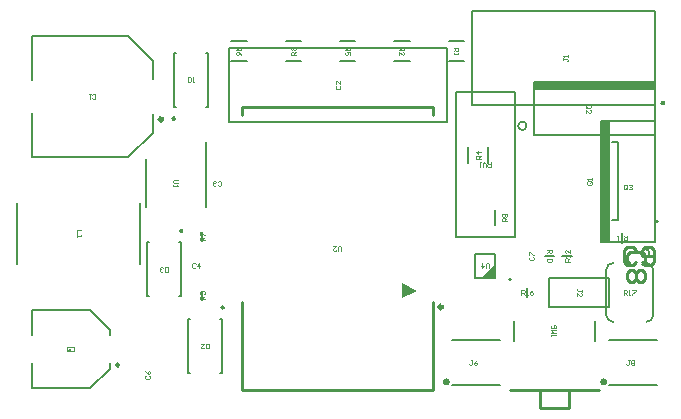
<source format=gto>
%FSLAX44Y44*%
%MOMM*%
G71*
G01*
G75*
G04 Layer_Color=65535*
G04:AMPARAMS|DCode=10|XSize=1.45mm|YSize=1.15mm|CornerRadius=0.2013mm|HoleSize=0mm|Usage=FLASHONLY|Rotation=90.000|XOffset=0mm|YOffset=0mm|HoleType=Round|Shape=RoundedRectangle|*
%AMROUNDEDRECTD10*
21,1,1.4500,0.7475,0,0,90.0*
21,1,1.0475,1.1500,0,0,90.0*
1,1,0.4025,0.3738,0.5238*
1,1,0.4025,0.3738,-0.5238*
1,1,0.4025,-0.3738,-0.5238*
1,1,0.4025,-0.3738,0.5238*
%
%ADD10ROUNDEDRECTD10*%
G04:AMPARAMS|DCode=11|XSize=1mm|YSize=0.95mm|CornerRadius=0.1995mm|HoleSize=0mm|Usage=FLASHONLY|Rotation=180.000|XOffset=0mm|YOffset=0mm|HoleType=Round|Shape=RoundedRectangle|*
%AMROUNDEDRECTD11*
21,1,1.0000,0.5510,0,0,180.0*
21,1,0.6010,0.9500,0,0,180.0*
1,1,0.3990,-0.3005,0.2755*
1,1,0.3990,0.3005,0.2755*
1,1,0.3990,0.3005,-0.2755*
1,1,0.3990,-0.3005,-0.2755*
%
%ADD11ROUNDEDRECTD11*%
G04:AMPARAMS|DCode=12|XSize=2mm|YSize=1mm|CornerRadius=0.25mm|HoleSize=0mm|Usage=FLASHONLY|Rotation=180.000|XOffset=0mm|YOffset=0mm|HoleType=Round|Shape=RoundedRectangle|*
%AMROUNDEDRECTD12*
21,1,2.0000,0.5000,0,0,180.0*
21,1,1.5000,1.0000,0,0,180.0*
1,1,0.5000,-0.7500,0.2500*
1,1,0.5000,0.7500,0.2500*
1,1,0.5000,0.7500,-0.2500*
1,1,0.5000,-0.7500,-0.2500*
%
%ADD12ROUNDEDRECTD12*%
G04:AMPARAMS|DCode=13|XSize=1mm|YSize=0.9mm|CornerRadius=0.198mm|HoleSize=0mm|Usage=FLASHONLY|Rotation=0.000|XOffset=0mm|YOffset=0mm|HoleType=Round|Shape=RoundedRectangle|*
%AMROUNDEDRECTD13*
21,1,1.0000,0.5040,0,0,0.0*
21,1,0.6040,0.9000,0,0,0.0*
1,1,0.3960,0.3020,-0.2520*
1,1,0.3960,-0.3020,-0.2520*
1,1,0.3960,-0.3020,0.2520*
1,1,0.3960,0.3020,0.2520*
%
%ADD13ROUNDEDRECTD13*%
G04:AMPARAMS|DCode=14|XSize=1.75mm|YSize=1.05mm|CornerRadius=0.1995mm|HoleSize=0mm|Usage=FLASHONLY|Rotation=180.000|XOffset=0mm|YOffset=0mm|HoleType=Round|Shape=RoundedRectangle|*
%AMROUNDEDRECTD14*
21,1,1.7500,0.6510,0,0,180.0*
21,1,1.3510,1.0500,0,0,180.0*
1,1,0.3990,-0.6755,0.3255*
1,1,0.3990,0.6755,0.3255*
1,1,0.3990,0.6755,-0.3255*
1,1,0.3990,-0.6755,-0.3255*
%
%ADD14ROUNDEDRECTD14*%
G04:AMPARAMS|DCode=15|XSize=3.3mm|YSize=1.65mm|CornerRadius=0.198mm|HoleSize=0mm|Usage=FLASHONLY|Rotation=180.000|XOffset=0mm|YOffset=0mm|HoleType=Round|Shape=RoundedRectangle|*
%AMROUNDEDRECTD15*
21,1,3.3000,1.2540,0,0,180.0*
21,1,2.9040,1.6500,0,0,180.0*
1,1,0.3960,-1.4520,0.6270*
1,1,0.3960,1.4520,0.6270*
1,1,0.3960,1.4520,-0.6270*
1,1,0.3960,-1.4520,-0.6270*
%
%ADD15ROUNDEDRECTD15*%
G04:AMPARAMS|DCode=16|XSize=4.1mm|YSize=2.1mm|CornerRadius=0.1995mm|HoleSize=0mm|Usage=FLASHONLY|Rotation=180.000|XOffset=0mm|YOffset=0mm|HoleType=Round|Shape=RoundedRectangle|*
%AMROUNDEDRECTD16*
21,1,4.1000,1.7010,0,0,180.0*
21,1,3.7010,2.1000,0,0,180.0*
1,1,0.3990,-1.8505,0.8505*
1,1,0.3990,1.8505,0.8505*
1,1,0.3990,1.8505,-0.8505*
1,1,0.3990,-1.8505,-0.8505*
%
%ADD16ROUNDEDRECTD16*%
G04:AMPARAMS|DCode=17|XSize=3.2mm|YSize=2.5mm|CornerRadius=0.2mm|HoleSize=0mm|Usage=FLASHONLY|Rotation=0.000|XOffset=0mm|YOffset=0mm|HoleType=Round|Shape=RoundedRectangle|*
%AMROUNDEDRECTD17*
21,1,3.2000,2.1000,0,0,0.0*
21,1,2.8000,2.5000,0,0,0.0*
1,1,0.4000,1.4000,-1.0500*
1,1,0.4000,-1.4000,-1.0500*
1,1,0.4000,-1.4000,1.0500*
1,1,0.4000,1.4000,1.0500*
%
%ADD17ROUNDEDRECTD17*%
G04:AMPARAMS|DCode=18|XSize=1.45mm|YSize=1.15mm|CornerRadius=0.2013mm|HoleSize=0mm|Usage=FLASHONLY|Rotation=180.000|XOffset=0mm|YOffset=0mm|HoleType=Round|Shape=RoundedRectangle|*
%AMROUNDEDRECTD18*
21,1,1.4500,0.7475,0,0,180.0*
21,1,1.0475,1.1500,0,0,180.0*
1,1,0.4025,-0.5238,0.3738*
1,1,0.4025,0.5238,0.3738*
1,1,0.4025,0.5238,-0.3738*
1,1,0.4025,-0.5238,-0.3738*
%
%ADD18ROUNDEDRECTD18*%
G04:AMPARAMS|DCode=19|XSize=2.5mm|YSize=1.7mm|CornerRadius=0.204mm|HoleSize=0mm|Usage=FLASHONLY|Rotation=270.000|XOffset=0mm|YOffset=0mm|HoleType=Round|Shape=RoundedRectangle|*
%AMROUNDEDRECTD19*
21,1,2.5000,1.2920,0,0,270.0*
21,1,2.0920,1.7000,0,0,270.0*
1,1,0.4080,-0.6460,-1.0460*
1,1,0.4080,-0.6460,1.0460*
1,1,0.4080,0.6460,1.0460*
1,1,0.4080,0.6460,-1.0460*
%
%ADD19ROUNDEDRECTD19*%
G04:AMPARAMS|DCode=20|XSize=3.5mm|YSize=1.2mm|CornerRadius=0.198mm|HoleSize=0mm|Usage=FLASHONLY|Rotation=90.000|XOffset=0mm|YOffset=0mm|HoleType=Round|Shape=RoundedRectangle|*
%AMROUNDEDRECTD20*
21,1,3.5000,0.8040,0,0,90.0*
21,1,3.1040,1.2000,0,0,90.0*
1,1,0.3960,0.4020,1.5520*
1,1,0.3960,0.4020,-1.5520*
1,1,0.3960,-0.4020,-1.5520*
1,1,0.3960,-0.4020,1.5520*
%
%ADD20ROUNDEDRECTD20*%
G04:AMPARAMS|DCode=21|XSize=2.85mm|YSize=1mm|CornerRadius=0.2mm|HoleSize=0mm|Usage=FLASHONLY|Rotation=180.000|XOffset=0mm|YOffset=0mm|HoleType=Round|Shape=RoundedRectangle|*
%AMROUNDEDRECTD21*
21,1,2.8500,0.6000,0,0,180.0*
21,1,2.4500,1.0000,0,0,180.0*
1,1,0.4000,-1.2250,0.3000*
1,1,0.4000,1.2250,0.3000*
1,1,0.4000,1.2250,-0.3000*
1,1,0.4000,-1.2250,-0.3000*
%
%ADD21ROUNDEDRECTD21*%
G04:AMPARAMS|DCode=22|XSize=5.2mm|YSize=5.5mm|CornerRadius=0.182mm|HoleSize=0mm|Usage=FLASHONLY|Rotation=180.000|XOffset=0mm|YOffset=0mm|HoleType=Round|Shape=RoundedRectangle|*
%AMROUNDEDRECTD22*
21,1,5.2000,5.1360,0,0,180.0*
21,1,4.8360,5.5000,0,0,180.0*
1,1,0.3640,-2.4180,2.5680*
1,1,0.3640,2.4180,2.5680*
1,1,0.3640,2.4180,-2.5680*
1,1,0.3640,-2.4180,-2.5680*
%
%ADD22ROUNDEDRECTD22*%
G04:AMPARAMS|DCode=23|XSize=1mm|YSize=0.9mm|CornerRadius=0.198mm|HoleSize=0mm|Usage=FLASHONLY|Rotation=270.000|XOffset=0mm|YOffset=0mm|HoleType=Round|Shape=RoundedRectangle|*
%AMROUNDEDRECTD23*
21,1,1.0000,0.5040,0,0,270.0*
21,1,0.6040,0.9000,0,0,270.0*
1,1,0.3960,-0.2520,-0.3020*
1,1,0.3960,-0.2520,0.3020*
1,1,0.3960,0.2520,0.3020*
1,1,0.3960,0.2520,-0.3020*
%
%ADD23ROUNDEDRECTD23*%
G04:AMPARAMS|DCode=24|XSize=1.75mm|YSize=1.05mm|CornerRadius=0.1995mm|HoleSize=0mm|Usage=FLASHONLY|Rotation=90.000|XOffset=0mm|YOffset=0mm|HoleType=Round|Shape=RoundedRectangle|*
%AMROUNDEDRECTD24*
21,1,1.7500,0.6510,0,0,90.0*
21,1,1.3510,1.0500,0,0,90.0*
1,1,0.3990,0.3255,0.6755*
1,1,0.3990,0.3255,-0.6755*
1,1,0.3990,-0.3255,-0.6755*
1,1,0.3990,-0.3255,0.6755*
%
%ADD24ROUNDEDRECTD24*%
%ADD25O,0.6000X1.5500*%
G04:AMPARAMS|DCode=26|XSize=0.9mm|YSize=0.3mm|CornerRadius=0.1005mm|HoleSize=0mm|Usage=FLASHONLY|Rotation=180.000|XOffset=0mm|YOffset=0mm|HoleType=Round|Shape=RoundedRectangle|*
%AMROUNDEDRECTD26*
21,1,0.9000,0.0990,0,0,180.0*
21,1,0.6990,0.3000,0,0,180.0*
1,1,0.2010,-0.3495,0.0495*
1,1,0.2010,0.3495,0.0495*
1,1,0.2010,0.3495,-0.0495*
1,1,0.2010,-0.3495,-0.0495*
%
%ADD26ROUNDEDRECTD26*%
%ADD27C,0.2500*%
%ADD28C,0.5000*%
%ADD29C,1.7000*%
%ADD30C,1.8000*%
%ADD31C,1.8500*%
%ADD32O,2.0000X1.5000*%
%ADD33C,1.6000*%
%ADD34C,2.2000*%
%ADD35O,1.5000X2.0000*%
%ADD36C,2.5000*%
%ADD37C,0.7500*%
%ADD38C,1.5000*%
%ADD39C,0.2000*%
%ADD40C,0.3000*%
%ADD41C,0.2540*%
%ADD42C,0.1500*%
%ADD43C,0.1000*%
G36*
X342050Y83750D02*
X329350Y77400D01*
Y90100D01*
X342050Y83750D01*
D02*
G37*
G36*
X421957Y94457D02*
X422353Y93500D01*
X421957Y92543D01*
X421000Y92147D01*
X420043Y92543D01*
X419647Y93500D01*
X420043Y94457D01*
X421000Y94853D01*
X421957Y94457D01*
D02*
G37*
G36*
X178402Y71508D02*
X179004Y71105D01*
X179406Y70503D01*
X179548Y69793D01*
X179406Y69083D01*
X179004Y68481D01*
X178402Y68079D01*
X177692Y67938D01*
X176982Y68079D01*
X176380Y68481D01*
X175978Y69083D01*
X175836Y69793D01*
X175978Y70503D01*
X176380Y71105D01*
X176982Y71508D01*
X177692Y71649D01*
X178402Y71508D01*
D02*
G37*
G36*
X368301Y9536D02*
X369191Y8941D01*
X369786Y8051D01*
X369995Y7000D01*
X369786Y5949D01*
X369191Y5059D01*
X368301Y4464D01*
X367250Y4255D01*
X366199Y4464D01*
X365309Y5059D01*
X364714Y5949D01*
X364505Y7000D01*
X364714Y8051D01*
X365309Y8941D01*
X366199Y9536D01*
X367250Y9745D01*
X368301Y9536D01*
D02*
G37*
G36*
X501301D02*
X502191Y8941D01*
X502786Y8051D01*
X502995Y7000D01*
X502786Y5949D01*
X502191Y5059D01*
X501301Y4464D01*
X500250Y4255D01*
X499199Y4464D01*
X498309Y5059D01*
X497714Y5949D01*
X497505Y7000D01*
X497714Y8051D01*
X498309Y8941D01*
X499199Y9536D01*
X500250Y9745D01*
X501301Y9536D01*
D02*
G37*
G36*
X505500Y125499D02*
X498500D01*
Y227499D01*
X505500D01*
Y125499D01*
D02*
G37*
G36*
X551280Y244634D02*
X551942Y244192D01*
X552384Y243530D01*
X552539Y242750D01*
X552384Y241970D01*
X551942Y241308D01*
X551280Y240866D01*
X550500Y240711D01*
X549720Y240866D01*
X549058Y241308D01*
X548616Y241970D01*
X548461Y242750D01*
X548616Y243530D01*
X549058Y244192D01*
X549720Y244634D01*
X550500Y244789D01*
X551280Y244634D01*
D02*
G37*
G36*
X543500Y253500D02*
X441500D01*
Y260499D01*
X543500D01*
Y253500D01*
D02*
G37*
G36*
X137018Y231421D02*
X137620Y231018D01*
X138022Y230416D01*
X138164Y229706D01*
X138022Y228996D01*
X137620Y228394D01*
X137018Y227992D01*
X136308Y227851D01*
X135598Y227992D01*
X134996Y228394D01*
X134594Y228996D01*
X134452Y229706D01*
X134594Y230416D01*
X134996Y231018D01*
X135598Y231421D01*
X136308Y231562D01*
X137018Y231421D01*
D02*
G37*
G36*
X143402Y136505D02*
X144004Y136103D01*
X144406Y135501D01*
X144548Y134791D01*
X144406Y134081D01*
X144004Y133479D01*
X143402Y133077D01*
X142692Y132935D01*
X141982Y133077D01*
X141380Y133479D01*
X140978Y134081D01*
X140836Y134791D01*
X140978Y135501D01*
X141380Y136103D01*
X141982Y136505D01*
X142692Y136647D01*
X143402Y136505D01*
D02*
G37*
G36*
X546398Y143648D02*
X546874Y142500D01*
X546398Y141352D01*
X545250Y140876D01*
X544102Y141352D01*
X543626Y142500D01*
X544102Y143648D01*
X545250Y144124D01*
X546398Y143648D01*
D02*
G37*
D27*
X90250Y20999D02*
G03*
X90250Y20999I-1250J0D01*
G01*
D39*
X539035Y115499D02*
G03*
X539035Y115499I-3535J0D01*
G01*
X435036Y223500D02*
G03*
X435036Y223500I-3535J0D01*
G01*
X502500Y63500D02*
G03*
X508500Y57500I6000J0D01*
G01*
Y107500D02*
G03*
X502500Y101500I0J-6000D01*
G01*
X542500D02*
G03*
X536500Y107500I-6000J0D01*
G01*
Y57500D02*
G03*
X542500Y63500I0J6000D01*
G01*
X424748Y41500D02*
Y58500D01*
X492752Y41500D02*
Y58500D01*
X454250Y70000D02*
Y95000D01*
Y70000D02*
X505250D01*
Y95000D01*
X454250D02*
X505250D01*
X543500Y125499D02*
Y227499D01*
X498500D02*
X543500D01*
X498500Y125499D02*
Y227499D01*
Y125499D02*
X543500D01*
X367750Y226500D02*
Y289500D01*
X182750D02*
X367750D01*
X182750Y226500D02*
Y289500D01*
Y226500D02*
X367750D01*
X425000Y129750D02*
Y251750D01*
X375000Y129750D02*
X425000D01*
X375000D02*
Y251750D01*
X425000D01*
X16000Y1499D02*
Y22499D01*
Y1499D02*
X65500D01*
X82000Y18000D01*
Y22499D01*
X16000Y46499D02*
Y67499D01*
X65500D01*
X82000Y50999D01*
Y46499D02*
Y50999D01*
X16000Y262551D02*
Y299749D01*
X97500D01*
X119007Y278242D01*
Y262851D02*
Y278242D01*
X16000Y196749D02*
Y233948D01*
Y196749D02*
X98000D01*
X119007Y217756D01*
Y233647D01*
X108000Y106248D02*
Y158248D01*
X4000Y106248D02*
Y158248D01*
X175500Y13999D02*
X177500D01*
X177496Y59996D02*
X177500Y13999D01*
X175498Y59996D02*
X177496D01*
X148500Y60000D02*
X150500D01*
X148500D02*
X148504Y14003D01*
X150502D01*
X140500Y78997D02*
X142500D01*
X142496Y124994D02*
X142500Y78997D01*
X140498Y124994D02*
X142496D01*
X113500Y124998D02*
X115500D01*
X113500D02*
X113504Y79001D01*
X115502D01*
X136500Y285500D02*
X138500D01*
X136500D02*
X136504Y239503D01*
X138502D01*
X163500Y239500D02*
X165500D01*
X165496Y285497D02*
X165500Y239500D01*
X163498Y285497D02*
X165496D01*
X504750Y4000D02*
X545750D01*
X504750Y42000D02*
X545750D01*
X371750D02*
X412750D01*
X371750Y4000D02*
X412750D01*
X543500Y240750D02*
Y320750D01*
X388500D02*
X543500D01*
X388500Y240750D02*
Y320750D01*
Y240750D02*
X543500D01*
X441500Y215499D02*
X543500D01*
Y260499D01*
X441500D02*
X543500D01*
X441500Y215499D02*
Y260499D01*
X507250Y143500D02*
X512116D01*
Y209500D01*
X507250D02*
X512116D01*
X502500Y63500D02*
Y101500D01*
X542500Y63500D02*
Y101500D01*
X398250Y95000D02*
X408250Y105000D01*
X400250Y95000D02*
X408250Y103000D01*
X402250Y95000D02*
X408250Y101000D01*
X404250Y95000D02*
X408250Y99000D01*
X406250Y95000D02*
X408250Y97000D01*
Y95000D02*
Y115000D01*
X391750Y95000D02*
X408250D01*
X391750D02*
Y115000D01*
X408250D01*
D40*
X363870Y70190D02*
G03*
X363870Y70190I-1500J0D01*
G01*
X127003Y229159D02*
G03*
X127003Y229159I-1511J0D01*
G01*
D41*
X421250Y0D02*
X496250D01*
X421250D02*
X446250D01*
Y-15000D02*
Y0D01*
Y-15000D02*
X471250D01*
Y0D01*
X496250D01*
X193912Y239433D02*
X355585D01*
X193912Y40D02*
X355585D01*
X193912Y232912D02*
Y239433D01*
Y40D02*
Y74588D01*
X355585Y232915D02*
Y239433D01*
Y40D02*
Y74585D01*
X527450Y118691D02*
X524911Y121230D01*
X519832D01*
X517293Y118691D01*
Y108534D01*
X519832Y105995D01*
X524911D01*
X527450Y108534D01*
X532528D02*
X535067Y105995D01*
X540146D01*
X542685Y108534D01*
Y118691D01*
X540146Y121230D01*
X535067D01*
X532528Y118691D01*
Y116152D01*
X535067Y113612D01*
X542685D01*
X532469Y106090D02*
X535008Y108630D01*
Y113708D01*
X532469Y116247D01*
X522312D01*
X519773Y113708D01*
Y108630D01*
X522312Y106090D01*
X532469Y101012D02*
X535008Y98473D01*
Y93394D01*
X532469Y90855D01*
X529930D01*
X527391Y93394D01*
X524851Y90855D01*
X522312D01*
X519773Y93394D01*
Y98473D01*
X522312Y101012D01*
X524851D01*
X527391Y98473D01*
X529930Y101012D01*
X532469D01*
X527391Y98473D02*
Y93394D01*
D42*
X450500Y113500D02*
X458500D01*
X425000Y139500D02*
Y152500D01*
X408000Y139500D02*
Y152500D01*
X402750Y192250D02*
Y205250D01*
X385750Y192250D02*
Y205250D01*
X465500Y113500D02*
X473500D01*
X515750Y124500D02*
Y132500D01*
X160500Y125999D02*
Y134000D01*
Y75999D02*
Y84000D01*
X185000Y295249D02*
X198000D01*
X185000Y278249D02*
X198000D01*
X231000D02*
X244000D01*
X231000Y295249D02*
X244000D01*
X277000D02*
X290000D01*
X277000Y278249D02*
X290000D01*
X323000Y295249D02*
X336000D01*
X323000Y278249D02*
X336000D01*
X369000Y295249D02*
X382000D01*
X369000Y278249D02*
X382000D01*
X163500Y154498D02*
Y209998D01*
X112500Y154498D02*
Y195499D01*
X435750Y78500D02*
Y86500D01*
D43*
X403296Y102961D02*
Y106293D01*
X402630Y106960D01*
X401297D01*
X400630Y106293D01*
Y102961D01*
X397298Y106960D02*
Y102961D01*
X399297Y104961D01*
X396632D01*
X517398Y80518D02*
Y84517D01*
X519397D01*
X520064Y83850D01*
Y82517D01*
X519397Y81851D01*
X517398D01*
X518731D02*
X520064Y80518D01*
X521397D02*
X522730D01*
X522063D01*
Y84517D01*
X521397Y83850D01*
X524729Y84517D02*
X527395D01*
Y83850D01*
X524729Y81184D01*
Y80518D01*
X430772D02*
Y84517D01*
X432771D01*
X433438Y83850D01*
Y82517D01*
X432771Y81851D01*
X430772D01*
X432105D02*
X433438Y80518D01*
X434771D02*
X436104D01*
X435437D01*
Y84517D01*
X434771Y83850D01*
X440769Y84517D02*
X439436Y83850D01*
X438103Y82517D01*
Y81184D01*
X438769Y80518D01*
X440102D01*
X440769Y81184D01*
Y81851D01*
X440102Y82517D01*
X438103D01*
X139889Y177546D02*
X136556D01*
X135890Y176880D01*
Y175547D01*
X136556Y174880D01*
X139889D01*
X135890Y173547D02*
Y172214D01*
Y172881D01*
X139889D01*
X139222Y173547D01*
X373380Y289306D02*
X377379D01*
Y287307D01*
X376712Y286640D01*
X375379D01*
X374713Y287307D01*
Y289306D01*
Y287973D02*
X373380Y286640D01*
Y285307D02*
Y283974D01*
Y284641D01*
X377379D01*
X376712Y285307D01*
X327406Y290068D02*
X331405D01*
Y288069D01*
X330738Y287402D01*
X329405D01*
X328739Y288069D01*
Y290068D01*
Y288735D02*
X327406Y287402D01*
Y283403D02*
Y286069D01*
X330072Y283403D01*
X330738D01*
X331405Y284070D01*
Y285403D01*
X330738Y286069D01*
X281432Y290068D02*
X285431D01*
Y288069D01*
X284764Y287402D01*
X283431D01*
X282765Y288069D01*
Y290068D01*
Y288735D02*
X281432Y287402D01*
X285431Y283403D02*
Y286069D01*
X283431D01*
X284098Y284736D01*
Y284070D01*
X283431Y283403D01*
X282098D01*
X281432Y284070D01*
Y285403D01*
X282098Y286069D01*
X239522Y283464D02*
X235523D01*
Y285463D01*
X236190Y286130D01*
X237523D01*
X238189Y285463D01*
Y283464D01*
Y284797D02*
X239522Y286130D01*
X236190Y287463D02*
X235523Y288129D01*
Y289462D01*
X236190Y290128D01*
X236856D01*
X237523Y289462D01*
X238189Y290128D01*
X238856D01*
X239522Y289462D01*
Y288129D01*
X238856Y287463D01*
X238189D01*
X237523Y288129D01*
X236856Y287463D01*
X236190D01*
X237523Y288129D02*
Y289462D01*
X189484Y290068D02*
X193483D01*
Y288069D01*
X192816Y287402D01*
X191483D01*
X190817Y288069D01*
Y290068D01*
Y288735D02*
X189484Y287402D01*
X193483Y283403D02*
X192816Y284736D01*
X191483Y286069D01*
X190150D01*
X189484Y285403D01*
Y284070D01*
X190150Y283403D01*
X190817D01*
X191483Y284070D01*
Y286069D01*
X162560Y76708D02*
X158561D01*
Y78707D01*
X159228Y79374D01*
X160561D01*
X161227Y78707D01*
Y76708D01*
Y78041D02*
X162560Y79374D01*
X159228Y80707D02*
X158561Y81373D01*
Y82706D01*
X159228Y83372D01*
X159894D01*
X160561Y82706D01*
Y82040D01*
Y82706D01*
X161227Y83372D01*
X161894D01*
X162560Y82706D01*
Y81373D01*
X161894Y80707D01*
X162560Y126746D02*
X158561D01*
Y128745D01*
X159228Y129412D01*
X160561D01*
X161227Y128745D01*
Y126746D01*
Y128079D02*
X162560Y129412D01*
X158561Y130745D02*
Y133411D01*
X159228D01*
X161894Y130745D01*
X162560D01*
X520120Y130572D02*
Y126573D01*
X518121D01*
X517454Y127240D01*
Y128573D01*
X518121Y129239D01*
X520120D01*
X518787D02*
X517454Y130572D01*
X516121D02*
X514788D01*
X515455D01*
Y126573D01*
X516121Y127240D01*
X512789Y130572D02*
X511456D01*
X512123D01*
Y126573D01*
X512789Y127240D01*
X471516Y108588D02*
X467517D01*
Y110587D01*
X468184Y111254D01*
X469517D01*
X470183Y110587D01*
Y108588D01*
Y109921D02*
X471516Y111254D01*
Y112587D02*
Y113920D01*
Y113253D01*
X467517D01*
X468184Y112587D01*
X471516Y118585D02*
Y115919D01*
X468850Y118585D01*
X468184D01*
X467517Y117918D01*
Y116585D01*
X468184Y115919D01*
X489558Y176402D02*
X486892D01*
X486225Y175736D01*
Y174403D01*
X486892Y173737D01*
X489558D01*
X490224Y174403D01*
Y175736D01*
X488891Y175070D02*
X490224Y176402D01*
Y175736D02*
X489558Y176402D01*
X490224Y177735D02*
Y179068D01*
Y178402D01*
X486225D01*
X486892Y177735D01*
X486314Y238634D02*
X488980D01*
X489647Y239301D01*
Y240634D01*
X488980Y241300D01*
X486314D01*
X485648Y240634D01*
Y239301D01*
X486981Y239967D02*
X485648Y238634D01*
Y239301D02*
X486314Y238634D01*
X485648Y234636D02*
Y237301D01*
X488314Y234636D01*
X488980D01*
X489647Y235302D01*
Y236635D01*
X488980Y237301D01*
X466155Y280796D02*
Y279463D01*
Y280129D01*
X469488D01*
X470154Y279463D01*
Y278796D01*
X469488Y278130D01*
X470154Y282129D02*
Y283462D01*
Y282795D01*
X466155D01*
X466822Y282129D01*
X389254Y25104D02*
X387921D01*
X388587D01*
Y21772D01*
X387921Y21106D01*
X387254D01*
X386588Y21772D01*
X393252Y25104D02*
X391920Y24438D01*
X390587Y23105D01*
Y21772D01*
X391253Y21106D01*
X392586D01*
X393252Y21772D01*
Y22438D01*
X392586Y23105D01*
X390587D01*
X522350Y25104D02*
X521017D01*
X521683D01*
Y21772D01*
X521017Y21106D01*
X520350D01*
X519684Y21772D01*
X523683Y24438D02*
X524349Y25104D01*
X525682D01*
X526348Y24438D01*
Y23771D01*
X525682Y23105D01*
X526348Y22438D01*
Y21772D01*
X525682Y21106D01*
X524349D01*
X523683Y21772D01*
Y22438D01*
X524349Y23105D01*
X523683Y23771D01*
Y24438D01*
X524349Y23105D02*
X525682D01*
X148336Y264603D02*
Y260604D01*
X150335D01*
X151002Y261270D01*
Y263936D01*
X150335Y264603D01*
X148336D01*
X152335Y260604D02*
X153668D01*
X153001D01*
Y264603D01*
X152335Y263936D01*
X131318Y99887D02*
Y103886D01*
X129319D01*
X128652Y103220D01*
Y100554D01*
X129319Y99887D01*
X131318D01*
X127319Y100554D02*
X126653Y99887D01*
X125320D01*
X124654Y100554D01*
Y101220D01*
X125320Y101887D01*
X125986D01*
X125320D01*
X124654Y102553D01*
Y103220D01*
X125320Y103886D01*
X126653D01*
X127319Y103220D01*
X166370Y35117D02*
Y39116D01*
X164371D01*
X163704Y38450D01*
Y35784D01*
X164371Y35117D01*
X166370D01*
X159705Y39116D02*
X162371D01*
X159705Y36450D01*
Y35784D01*
X160372Y35117D01*
X161705D01*
X162371Y35784D01*
X173610Y173452D02*
X174277Y172785D01*
X175610D01*
X176276Y173452D01*
Y176118D01*
X175610Y176784D01*
X174277D01*
X173610Y176118D01*
X172277Y173452D02*
X171611Y172785D01*
X170278D01*
X169611Y173452D01*
Y174118D01*
X170278Y174785D01*
X170944D01*
X170278D01*
X169611Y175451D01*
Y176118D01*
X170278Y176784D01*
X171611D01*
X172277Y176118D01*
X154812Y106456D02*
X154145Y107123D01*
X152812D01*
X152146Y106456D01*
Y103790D01*
X152812Y103124D01*
X154145D01*
X154812Y103790D01*
X158144Y103124D02*
Y107123D01*
X156145Y105123D01*
X158811D01*
X113000Y12064D02*
X112333Y11397D01*
Y10064D01*
X113000Y9398D01*
X115666D01*
X116332Y10064D01*
Y11397D01*
X115666Y12064D01*
X112333Y16063D02*
X113000Y14730D01*
X114333Y13397D01*
X115666D01*
X116332Y14063D01*
Y15396D01*
X115666Y16063D01*
X114999D01*
X114333Y15396D01*
Y13397D01*
X58101Y134874D02*
X54102D01*
Y132208D01*
Y130875D02*
Y129542D01*
Y130209D01*
X58101D01*
X57434Y130875D01*
X67438Y246858D02*
X68105Y246191D01*
X69438D01*
X70104Y246858D01*
Y249524D01*
X69438Y250190D01*
X68105D01*
X67438Y249524D01*
X66105Y250190D02*
X64772D01*
X65439D01*
Y246191D01*
X66105Y246858D01*
X49658Y33244D02*
X50325Y32577D01*
X51658D01*
X52324Y33244D01*
Y35910D01*
X51658Y36576D01*
X50325D01*
X49658Y35910D01*
X45659Y32577D02*
X48325D01*
Y34577D01*
X46992Y33910D01*
X46326D01*
X45659Y34577D01*
Y35910D01*
X46326Y36576D01*
X47659D01*
X48325Y35910D01*
X404622Y192654D02*
Y188655D01*
X402623D01*
X401956Y189322D01*
Y190655D01*
X402623Y191321D01*
X404622D01*
X403289D02*
X401956Y192654D01*
X400623Y188655D02*
Y191321D01*
X399290Y192654D01*
X397957Y191321D01*
Y188655D01*
X396625Y192654D02*
X395292D01*
X395958D01*
Y188655D01*
X396625Y189322D01*
X438068Y112474D02*
X437401Y111807D01*
Y110474D01*
X438068Y109808D01*
X440734D01*
X441400Y110474D01*
Y111807D01*
X440734Y112474D01*
X437401Y113807D02*
Y116473D01*
X438068D01*
X440734Y113807D01*
X441400D01*
X396242Y195530D02*
X392243D01*
Y197529D01*
X392910Y198196D01*
X394243D01*
X394909Y197529D01*
Y195530D01*
Y196863D02*
X396242Y198196D01*
Y201528D02*
X392243D01*
X394243Y199529D01*
Y202194D01*
X418492Y142552D02*
X414493D01*
Y144551D01*
X415160Y145218D01*
X416493D01*
X417159Y144551D01*
Y142552D01*
Y143885D02*
X418492Y145218D01*
X417826Y146551D02*
X418492Y147217D01*
Y148550D01*
X417826Y149216D01*
X415160D01*
X414493Y148550D01*
Y147217D01*
X415160Y146551D01*
X415826D01*
X416493Y147217D01*
Y149216D01*
X452576Y118444D02*
X456575D01*
Y116445D01*
X455908Y115778D01*
X454575D01*
X453909Y116445D01*
Y118444D01*
Y117111D02*
X452576Y115778D01*
Y114445D02*
Y113112D01*
Y113779D01*
X456575D01*
X455908Y114445D01*
Y111113D02*
X456575Y110447D01*
Y109114D01*
X455908Y108447D01*
X453242D01*
X452576Y109114D01*
Y110447D01*
X453242Y111113D01*
X455908D01*
X459262Y51982D02*
X459929Y52649D01*
Y53982D01*
X459262Y54648D01*
X458596D01*
X457929Y53982D01*
Y52649D01*
X457263Y51982D01*
X456596D01*
X455930Y52649D01*
Y53982D01*
X456596Y54648D01*
X459929Y50649D02*
X455930D01*
X457263Y49316D01*
X455930Y47983D01*
X459929D01*
X455930Y46651D02*
Y45318D01*
Y45984D01*
X459929D01*
X459262Y46651D01*
X274044Y257448D02*
X273377Y256782D01*
Y255449D01*
X274044Y254782D01*
X276710D01*
X277376Y255449D01*
Y256782D01*
X276710Y257448D01*
X277376Y261447D02*
Y258781D01*
X274710Y261447D01*
X274044D01*
X273377Y260780D01*
Y259447D01*
X274044Y258781D01*
X278130Y117667D02*
Y121000D01*
X277464Y121666D01*
X276131D01*
X275464Y121000D01*
Y117667D01*
X271465Y121666D02*
X274131D01*
X271465Y119000D01*
Y118334D01*
X272132Y117667D01*
X273465D01*
X274131Y118334D01*
X520318Y170338D02*
Y173004D01*
X519651Y173671D01*
X518318D01*
X517652Y173004D01*
Y170338D01*
X518318Y169672D01*
X519651D01*
X518985Y171005D02*
X520318Y169672D01*
X519651D02*
X520318Y170338D01*
X521651Y173004D02*
X522317Y173671D01*
X523650D01*
X524316Y173004D01*
Y172338D01*
X523650Y171671D01*
X522984D01*
X523650D01*
X524316Y171005D01*
Y170338D01*
X523650Y169672D01*
X522317D01*
X521651Y170338D01*
X481777Y83186D02*
Y84519D01*
Y83853D01*
X478444D01*
X477778Y84519D01*
Y85186D01*
X478444Y85852D01*
X477778Y79187D02*
Y81853D01*
X480444Y79187D01*
X481110D01*
X481777Y79854D01*
Y81187D01*
X481110Y81853D01*
M02*

</source>
